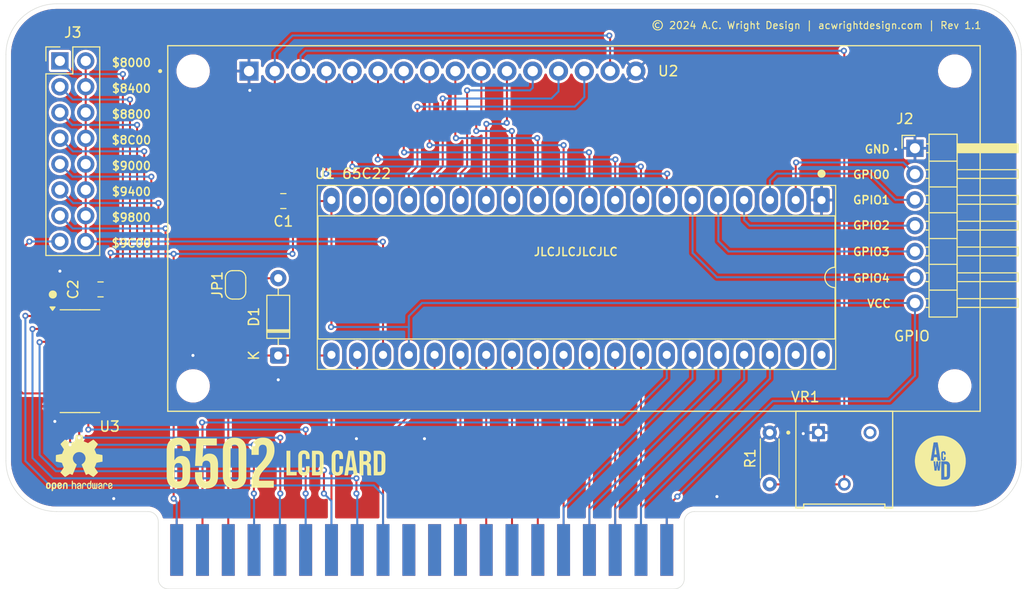
<source format=kicad_pcb>
(kicad_pcb (version 20241229) (generator "pcbnew") (generator_version "9.0")
  (title_block (title "6502 LCD Card") (date "2025-09-06") (rev "1.1") (company "A.C. Wright Design"))
  (layers (0 "F.Cu" signal) (2 "B.Cu" signal) (13 "F.Paste" user) (15 "B.Paste" user) (5 "F.SilkS" user "F.Silkscreen") (7 "B.SilkS" user "B.Silkscreen") (1 "F.Mask" user) (3 "B.Mask" user) (25 "Edge.Cuts" user))
  (net 0 "")
  (net 1 "GND")
  (net 2 "VCC")
  (net 3 "IRQB")
  (net 4 "Net-(D1-K)")
  (net 5 "D2")
  (net 6 "A2")
  (net 7 "RESB")
  (net 8 "A1")
  (net 9 "RWB")
  (net 10 "A15")
  (net 11 "D0")
  (net 12 "A12")
  (net 13 "A0")
  (net 14 "A11")
  (net 15 "D1")
  (net 16 "PHI2")
  (net 17 "D5")
  (net 18 "A14")
  (net 19 "A3")
  (net 20 "D7")
  (net 21 "A13")
  (net 22 "A10")
  (net 23 "D4")
  (net 24 "D3")
  (net 25 "D6")
  (net 26 "CSB")
  (net 27 "GPIO3")
  (net 28 "GPIO2")
  (net 29 "GPIO4")
  (net 30 "/$8400")
  (net 31 "/$9800")
  (net 32 "/$9400")
  (net 33 "/$8C00")
  (net 34 "/$9000")
  (net 35 "/$8800")
  (net 36 "/$8000")
  (net 37 "/$9C00")
  (net 38 "GPIO0")
  (net 39 "GPIO1")
  (net 41 "Net-(U2-VO)")
  (net 42 "DB2")
  (net 43 "DB5")
  (net 44 "DB4")
  (net 45 "RS")
  (net 46 "DB0")
  (net 47 "DB3")
  (net 49 "DB1")
  (net 50 "E")
  (net 52 "DB7")
  (net 53 "DB6")
  (net 56 "R{slash}W")
  (footprint "6502 Parts:LCD-16X2" (layer "F.Cu") (at 156.52 92.5)
    (property "Reference" "U2")
    (property "Value" "LCD-16X2" (hide yes))
  )
  (footprint "Diode_THT:D_DO-35_SOD27_P7.62mm_Horizontal" (layer "F.Cu") (at 127.4 105.01 90)
    (property "Reference" "D1")
    (property "Value" "D_Schottky" (hide yes))
  )
  (footprint "6502 Parts:3386F-1-103LF" (layer "F.Cu") (at 183.14 115.255)
    (property "Reference" "VR1")
    (property "Value" "10k" (hide yes))
  )
  (footprint "Resistor_THT:R_Axial_DIN0204_L3.6mm_D1.6mm_P5.08mm_Horizontal" (layer "F.Cu") (at 175.8 117.68 90)
    (property "Reference" "R1")
    (property "Value" "R" (hide yes))
  )
  (footprint "A.C. Wright Logo:A.C. Wright Logo 5mm" (layer "F.Cu") (at 192.6 115.4)
    (property "Reference" "G***" (hide yes))
    (property "Value" "LOGO" (hide yes))
  )
  (footprint "Jumper:SolderJumper-2_P1.3mm_Open_RoundedPad1.0x1.5mm" (layer "F.Cu") (at 123.2 98.05 90)
    (property "Reference" "JP1")
    (property "Value" "SolderJumper_2_Bridged" (hide yes))
  )
  (footprint "Package_SO:SOIC-16_3.9x9.9mm_P1.27mm" (layer "F.Cu") (at 107.875 105.565)
    (property "Reference" "U3")
    (property "Value" "74HC138" (hide yes))
  )
  (footprint "Package_DIP:DIP-40_W15.24mm_Socket_LongPads" (layer "F.Cu") (at 180.9 89.7 -90)
    (property "Reference" "U1")
    (property "Value" "65C22")
  )
  (footprint "Connector_PinHeader_2.54mm:PinHeader_2x08_P2.54mm_Vertical" (layer "F.Cu") (at 105.9 76)
    (property "Reference" "J3")
    (property "Value" "Conn_02x08_Odd_Even" (hide yes))
  )
  (footprint "Capacitor_SMD:C_0805_2012Metric" (layer "F.Cu") (at 109.9 98.5 180)
    (property "Reference" "C2")
    (property "Value" "100nF" (hide yes))
  )
  (footprint "Symbol:OSHW-Logo2_7.3x6mm_SilkScreen" (layer "F.Cu") (at 107.8 115.6)
    (property "Reference" "REF**" (hide yes))
    (property "Value" "OSHW-Logo2_7.3x6mm_SilkScreen" (hide yes))
  )
  (footprint "6502 Parts:6502 Card Edge" (layer "F.Cu") (at 117.4 126.7)
    (property "Reference" "J1" (hide yes))
    (property "Value" "6502 Card Edge" (hide yes))
  )
  (footprint "6502 Logos:6502 LCD Card Logo 5mm" (layer "F.Cu") (at 131.4 115.6)
    (property "Reference" "G***" (hide yes))
    (property "Value" "LOGO" (hide yes))
  )
  (footprint "Connector_PinHeader_2.54mm:PinHeader_1x07_P2.54mm_Horizontal" (layer "F.Cu") (at 190.1 84.6)
    (property "Reference" "J2")
    (property "Value" "GPIO")
  )
  (footprint "Capacitor_SMD:C_0805_2012Metric" (layer "F.Cu") (at 127.9 89.8)
    (property "Reference" "C1")
    (property "Value" "100nF" (hide yes))
  )
  (gr_circle (center 105.2 99) (end 105.4 99) (stroke (width 0.4)) (fill no) (layer "F.SilkS"))
  (gr_circle (center 180.9 87.1) (end 181.1 87.1) (stroke (width 0.4)) (fill no) (layer "F.SilkS"))
  (gr_arc (start 167.3841 121.3746) (mid 167.676993 120.667493) (end 168.3841 120.3746) (stroke (width 0.05)) (layer "Edge.Cuts"))
  (gr_line (start 200.5841 115.3746) (end 200.5841 75.3746) (stroke (width 0.05)) (layer "Edge.Cuts"))
  (gr_arc (start 105.5841 120.3746) (mid 102.048566 118.910134) (end 100.5841 115.3746) (stroke (width 0.05)) (layer "Edge.Cuts"))
  (gr_line (start 105.5841 120.3746) (end 114.5841 120.3746) (stroke (width 0.05)) (layer "Edge.Cuts"))
  (gr_line (start 168.3841 120.3746) (end 195.5841 120.3746) (stroke (width 0.05)) (layer "Edge.Cuts"))
  (gr_line (start 195.5841 70.3746) (end 105.5841 70.3746) (stroke (width 0.05)) (layer "Edge.Cuts"))
  (gr_arc (start 114.5841 120.3746) (mid 115.291207 120.667493) (end 115.5841 121.3746) (stroke (width 0.05)) (layer "Edge.Cuts"))
  (gr_line (start 167.3841 126.9946) (end 167.3841 121.3746) (stroke (width 0.05)) (layer "Edge.Cuts"))
  (gr_arc (start 200.5841 115.3746) (mid 199.119634 118.910134) (end 195.5841 120.3746) (stroke (width 0.05)) (layer "Edge.Cuts"))
  (gr_arc (start 100.5841 75.3746) (mid 102.048566 71.839066) (end 105.5841 70.3746) (stroke (width 0.05)) (layer "Edge.Cuts"))
  (gr_line (start 116.5841 127.9946) (end 166.3841 127.9946) (stroke (width 0.05)) (layer "Edge.Cuts"))
  (gr_line (start 100.5841 75.3746) (end 100.5841 115.3746) (stroke (width 0.05)) (layer "Edge.Cuts"))
  (gr_arc (start 116.5841 127.9946) (mid 115.876993 127.701707) (end 115.5841 126.9946) (stroke (width 0.05)) (layer "Edge.Cuts"))
  (gr_arc (start 167.3841 126.9946) (mid 167.091207 127.701707) (end 166.3841 127.9946) (stroke (width 0.05)) (layer "Edge.Cuts"))
  (gr_arc (start 195.5841 70.3746) (mid 199.119634 71.839066) (end 200.5841 75.3746) (stroke (width 0.05)) (layer "Edge.Cuts"))
  (gr_line (start 115.5841 121.3746) (end 115.5841 126.9946) (stroke (width 0.05)) (layer "Edge.Cuts"))
  (gr_text "© 2024 A.C. Wright Design | acwrightdesign.com | Rev 1.1" (at 180.4 72.5 0) (layer "F.SilkS") (effects (font (size 0.7 0.7) (thickness 0.1))))
  (gr_text "$9000" (at 112.94 86.34 0) (layer "F.SilkS") (effects (font (size 0.8 0.8))))
  (gr_text "VCC" (at 187.8 99.9 0) (layer "F.SilkS") (effects (font (size 0.8 0.8)) (justify right)))
  (gr_text "$9800" (at 112.94 91.42 0) (layer "F.SilkS") (effects (font (size 0.8 0.8))))
  (gr_text "$9400" (at 112.94 88.88 0) (layer "F.SilkS") (effects (font (size 0.8 0.8))))
  (gr_text "JLCJLCJLCJLC" (at 156.7 94.8 0) (layer "F.SilkS") (effects (font (size 0.8 0.8))))
  (gr_text "$8400" (at 112.94 78.72 0) (layer "F.SilkS") (effects (font (size 0.8 0.8))))
  (gr_text "GPIO4" (at 187.7 97.4 0) (layer "F.SilkS") (effects (font (size 0.8 0.8)) (justify right)))
  (gr_text "GPIO1" (at 187.7 89.7 0) (layer "F.SilkS") (effects (font (size 0.8 0.8)) (justify right)))
  (gr_text "$8800" (at 112.94 81.26 0) (layer "F.SilkS") (effects (font (size 0.8 0.8))))
  (gr_text "GND" (at 187.7 84.7 0) (layer "F.SilkS") (effects (font (size 0.8 0.8)) (justify right)))
  (gr_text "GPIO2" (at 187.7 92.2 0) (layer "F.SilkS") (effects (font (size 0.8 0.8)) (justify right)))
  (gr_text "$8C00" (at 112.94 83.8 0) (layer "F.SilkS") (effects (font (size 0.8 0.8))))
  (gr_text "GPIO3" (at 187.7 94.8 0) (layer "F.SilkS") (effects (font (size 0.8 0.8)) (justify right)))
  (gr_text "$8000" (at 112.94 76.18 0) (layer "F.SilkS") (effects (font (size 0.8 0.8))))
  (gr_text "$9C00" (at 112.94 93.96 0) (layer "F.SilkS") (effects (font (size 0.8 0.8))))
  (gr_text "GPIO0" (at 187.7 87.2 0) (layer "F.SilkS") (effects (font (size 0.8 0.8)) (justify right)))
  (segment (start 117.4 124.16) (end 117.4 121.3) (width 0.2) (layer "F.Cu") (net 1))
  (segment (start 117.4 121.3) (end 117.4 119.9) (width 0.2) (layer "F.Cu") (net 1))
  (via (at 124.6 78.9) (size 0.6) (drill 0.3) (layers "F.Cu" "B.Cu") (net 1))
  (via (at 141.8 113.2) (size 0.6) (drill 0.3) (layers "F.Cu" "B.Cu") (net 1))
  (via (at 179.1 112.7) (size 0.6) (drill 0.3) (layers "F.Cu" "B.Cu") (net 1))
  (via (at 135.1 113.2) (size 0.6) (drill 0.3) (layers "F.Cu" "B.Cu") (net 1))
  (via (at 127.4 107.4) (size 0.6) (drill 0.3) (layers "F.Cu" "B.Cu") (net 1))
  (via (at 188.2 84.7) (size 0.6) (drill 0.3) (layers "F.Cu" "B.Cu") (net 1))
  (via (at 105.4 111.5) (size 0.6) (drill 0.3) (layers "F.Cu" "B.Cu") (net 1))
  (via (at 170.6 118.9) (size 0.6) (drill 0.3) (layers "F.Cu" "B.Cu") (net 1))
  (via (at 105.9 96.7) (size 0.6) (drill 0.3) (layers "F.Cu" "B.Cu") (net 1))
  (via (at 111.2 119.1) (size 0.6) (drill 0.3) (layers "F.Cu" "B.Cu") (net 1))
  (via (at 119 105) (size 0.6) (drill 0.3) (layers "F.Cu" "B.Cu") (net 1))
  (segment (start 165.66 124.16) (end 165.66 119.94) (width 0.2) (layer "B.Cu") (net 1))
  (segment (start 165.66 119.94) (end 165.66 124.16) (width 0.2) (layer "F.Cu") (net 2))
  (segment (start 110.85 98.5) (end 110.85 99.75) (width 0.2) (layer "F.Cu") (net 2))
  (segment (start 110.85 99.75) (end 110.35 100.25) (width 0.2) (layer "F.Cu") (net 2))
  (segment (start 128.85 84.45) (end 128.85 89.8) (width 0.2) (layer "F.Cu") (net 2))
  (segment (start 128.85 89.8) (end 132.54 89.8) (width 0.2) (layer "F.Cu") (net 2))
  (segment (start 160.08 77) (end 160.08 73.58) (width 0.2) (layer "F.Cu") (net 2))
  (segment (start 166.7 118.9) (end 165.66 119.94) (width 0.2) (layer "F.Cu") (net 2))
  (segment (start 117.1 119.1) (end 117.1 95) (width 0.2) (layer "F.Cu") (net 2))
  (segment (start 132.64 89.7) (end 132.64 102.16) (width 0.2) (layer "F.Cu") (net 2))
  (segment (start 110.9 94.9) (end 110.85 94.95) (width 0.2) (layer "F.Cu") (net 2))
  (segment (start 128.85 94.95) (end 128.8 95) (width 0.2) (layer "F.Cu") (net 2))
  (segment (start 127.06 82.66) (end 128.85 84.45) (width 0.2) (layer "F.Cu") (net 2))
  (segment (start 160.08 73.58) (end 160 73.5) (width 0.2) (layer "F.Cu") (net 2))
  (segment (start 132.54 89.8) (end 132.64 89.7) (width 0.2) (layer "F.Cu") (net 2))
  (segment (start 127.06 77) (end 127.06 82.66) (width 0.2) (layer "F.Cu") (net 2))
  (segment (start 128.85 89.8) (end 128.85 94.95) (width 0.2) (layer "F.Cu") (net 2))
  (segment (start 110.85 94.95) (end 110.85 98.5) (width 0.2) (layer "F.Cu") (net 2))
  (segment (start 132.64 102.16) (end 132.6 102.2) (width 0.2) (layer "F.Cu") (net 2))
  (segment (start 110.35 100.25) (end 110.35 101.12) (width 0.2) (layer "F.Cu") (net 2))
  (via (at 117.1 95) (size 0.6) (drill 0.3) (layers "F.Cu" "B.Cu") (net 2))
  (via (at 110.9 94.9) (size 0.6) (drill 0.3) (layers "F.Cu" "B.Cu") (net 2))
  (via (at 117.1 119.1) (size 0.6) (drill 0.3) (layers "F.Cu" "B.Cu") (net 2))
  (via (at 132.6 102.2) (size 0.6) (drill 0.3) (layers "F.Cu" "B.Cu") (net 2))
  (via (at 160 73.5) (size 0.6) (drill 0.3) (layers "F.Cu" "B.Cu") (net 2))
  (via (at 166.7 118.9) (size 0.6) (drill 0.3) (layers "F.Cu" "B.Cu") (net 2))
  (via (at 128.8 95) (size 0.6) (drill 0.3) (layers "F.Cu" "B.Cu") (net 2))
  (segment (start 160 73.5) (end 128.8 73.5) (width 0.2) (layer "B.Cu") (net 2))
  (segment (start 111 95) (end 110.9 94.9) (width 0.2) (layer "B.Cu") (net 2))
  (segment (start 117.1 95) (end 111 95) (width 0.2) (layer "B.Cu") (net 2))
  (segment (start 117.4 119.4) (end 117.1 119.1) (width 0.2) (layer "B.Cu") (net 2))
  (segment (start 141.56 99.84) (end 190.1 99.84) (width 0.2) (layer "B.Cu") (net 2))
  (segment (start 140.26 101.14) (end 141.56 99.84) (width 0.2) (layer "B.Cu") (net 2))
  (segment (start 166.7 118.9) (end 176.1 109.5) (width 0.2) (layer "B.Cu") (net 2))
  (segment (start 128.8 95) (end 117.1 95) (width 0.2) (layer "B.Cu") (net 2))
  (segment (start 132.6 102.2) (end 140.26 102.2) (width 0.2) (layer "B.Cu") (net 2))
  (segment (start 127.06 75.24) (end 127.06 77) (width 0.2) (layer "B.Cu") (net 2))
  (segment (start 176.1 109.5) (end 187.6 109.5) (width 0.2) (layer "B.Cu") (net 2))
  (segment (start 140.26 104.94) (end 140.26 101.14) (width 0.2) (layer "B.Cu") (net 2))
  (segment (start 117.4 124.16) (end 117.4 119.4) (width 0.2) (layer "B.Cu") (net 2))
  (segment (start 128.8 73.5) (end 127.06 75.24) (width 0.2) (layer "B.Cu") (net 2))
  (segment (start 187.6 109.5) (end 190.1 107) (width 0.2) (layer "B.Cu") (net 2))
  (segment (start 190.1 107) (end 190.1 99.84) (width 0.2) (layer "B.Cu") (net 2))
  (segment (start 127.39 97.4) (end 127.4 97.39) (width 0.2) (layer "F.Cu") (net 3))
  (segment (start 120.9 98) (end 121.5 97.4) (width 0.2) (layer "F.Cu") (net 3))
  (segment (start 123.2 97.4) (end 127.39 97.4) (width 0.2) (layer "F.Cu") (net 3))
  (segment (start 121.5 97.4) (end 123.2 97.4) (width 0.2) (layer "F.Cu") (net 3))
  (segment (start 120.9 104.5) (end 120.9 98) (width 0.2) (layer "F.Cu") (net 3))
  (segment (start 122.48 124.16) (end 122.48 106.08) (width 0.2) (layer "F.Cu") (net 3))
  (segment (start 122.48 106.08) (end 120.9 104.5) (width 0.2) (layer "F.Cu") (net 3))
  (segment (start 132.57 105.01) (end 132.64 104.94) (width 0.2) (layer "F.Cu") (net 4))
  (segment (start 123.2 104.4) (end 123.81 105.01) (width 0.2) (layer "F.Cu") (net 4))
  (segment (start 123.81 105.01) (end 127.4 105.01) (width 0.2) (layer "F.Cu") (net 4))
  (segment (start 127.4 105.01) (end 132.57 105.01) (width 0.2) (layer "F.Cu") (net 4))
  (segment (start 123.2 98.7) (end 123.2 104.4) (width 0.2) (layer "F.Cu") (net 4))
  (segment (start 158.04 104.94) (end 158.04 124.16) (width 0.2) (layer "F.Cu") (net 5))
  (segment (start 158.04 120.16) (end 170.74 107.46) (width 0.2) (layer "B.Cu") (net 6))
  (segment (start 170.74 107.46) (end 170.74 104.94) (width 0.2) (layer "B.Cu") (net 6))
  (segment (start 158.04 124.16) (end 158.04 120.16) (width 0.2) (layer "B.Cu") (net 6))
  (segment (start 119.9 111.6) (end 119.94 111.64) (width 0.2) (layer "F.Cu") (net 7))
  (segment (start 119.94 111.64) (end 119.94 124.16) (width 0.2) (layer "F.Cu") (net 7))
  (via (at 119.9 111.6) (size 0.6) (drill 0.3) (layers "F.Cu" "B.Cu") (net 7))
  (segment (start 165.66 107.24) (end 165.66 104.94) (width 0.2) (layer "B.Cu") (net 7))
  (segment (start 161.3 111.6) (end 165.66 107.24) (width 0.2) (layer "B.Cu") (net 7))
  (segment (start 119.9 111.6) (end 161.3 111.6) (width 0.2) (layer "B.Cu") (net 7))
  (segment (start 160.58 120.12) (end 173.28 107.42) (width 0.2) (layer "B.Cu") (net 8))
  (segment (start 173.28 107.42) (end 173.28 104.94) (width 0.2) (layer "B.Cu") (net 8))
  (segment (start 160.58 124.16) (end 160.58 120.12) (width 0.2) (layer "B.Cu") (net 8))
  (segment (start 135.18 107.72) (end 132.64 110.26) (width 0.2) (layer "F.Cu") (net 9))
  (segment (start 135.18 104.94) (end 135.18 107.72) (width 0.2) (layer "F.Cu") (net 9))
  (segment (start 132.64 110.26) (end 132.64 124.16) (width 0.2) (layer "F.Cu") (net 9))
  (segment (start 105.4 107.47) (end 106.77 107.47) (width 0.2) (layer "F.Cu") (net 10))
  (segment (start 106.9 107.6) (end 106.9 107.9) (width 0.2) (layer "F.Cu") (net 10))
  (segment (start 106.9 107.9) (end 106.9 113.8) (width 0.2) (layer "F.Cu") (net 10))
  (segment (start 106.9 113.8) (end 106.9 114) (width 0.2) (layer "F.Cu") (net 10))
  (segment (start 106.77 107.47) (end 106.9 107.6) (width 0.2) (layer "F.Cu") (net 10))
  (segment (start 125 113.8) (end 125 118.6) (width 0.2) (layer "F.Cu") (net 10))
  (via (at 125 118.6) (size 0.6) (drill 0.3) (layers "F.Cu" "B.Cu") (net 10))
  (via (at 125 113.8) (size 0.6) (drill 0.3) (layers "F.Cu" "B.Cu") (net 10))
  (via (at 106.9 113.8) (size 0.6) (drill 0.3) (layers "F.Cu" "B.Cu") (net 10))
  (segment (start 107 113.8) (end 125 113.8) (width 0.2) (layer "B.Cu") (net 10))
  (segment (start 125.02 118.62) (end 125.02 124.16) (width 0.2) (layer "B.Cu") (net 10))
  (segment (start 106.9 113.8) (end 107 113.8) (width 0.2) (layer "B.Cu") (net 10))
  (segment (start 125 118.6) (end 125.02 118.62) (width 0.2) (layer "B.Cu") (net 10))
  (segment (start 163.12 104.94) (end 163.12 124.16) (width 0.2) (layer "F.Cu") (net 11))
  (segment (start 131.9 116.3) (end 131.9 118.6) (width 0.2) (layer "F.Cu") (net 12))
  (segment (start 103.94 103.66) (end 103.9 103.7) (width 0.2) (layer "F.Cu") (net 12))
  (segment (start 105.4 103.66) (end 103.94 103.66) (width 0.2) (layer "F.Cu") (net 12))
  (via (at 131.9 116.3) (size 0.6) (drill 0.3) (layers "F.Cu" "B.Cu") (net 12))
  (via (at 131.9 118.6) (size 0.6) (drill 0.3) (layers "F.Cu" "B.Cu") (net 12))
  (via (at 103.9 103.7) (size 0.6) (drill 0.3) (layers "F.Cu" "B.Cu") (net 12))
  (segment (start 103.9 114.8) (end 105.5 116.4) (width 0.2) (layer "B.Cu") (net 12))
  (segment (start 131.9 118.6) (end 132.64 119.34) (width 0.2) (layer "B.Cu") (net 12))
  (segment (start 132.64 119.34) (end 132.64 124.16) (width 0.2) (layer "B.Cu") (net 12))
  (segment (start 105.5 116.4) (end 131.8 116.4) (width 0.2) (layer "B.Cu") (net 12))
  (segment (start 103.9 103.7) (end 103.9 114.8) (width 0.2) (layer "B.Cu") (net 12))
  (segment (start 131.8 116.4) (end 131.9 116.3) (width 0.2) (layer "B.Cu") (net 12))
  (segment (start 163.12 124.16) (end 163.12 119.98) (width 0.2) (layer "B.Cu") (net 13))
  (segment (start 175.82 107.28) (end 175.82 104.94) (width 0.2) (layer "B.Cu") (net 13))
  (segment (start 163.12 119.98) (end 175.82 107.28) (width 0.2) (layer "B.Cu") (net 13))
  (segment (start 103.21 102.39) (end 103.2 102.4) (width 0.2) (layer "F.Cu") (net 14))
  (segment (start 135.1 117.1) (end 135.1 118.6) (width 0.2) (layer "F.Cu") (net 14))
  (segment (start 105.4 102.39) (end 103.21 102.39) (width 0.2) (layer "F.Cu") (net 14))
  (via (at 135.1 117.1) (size 0.6) (drill 0.3) (layers "F.Cu" "B.Cu") (net 14))
  (via (at 103.2 102.4) (size 0.6) (drill 0.3) (layers "F.Cu" "B.Cu") (net 14))
  (via (at 135.1 118.6) (size 0.6) (drill 0.3) (layers "F.Cu" "B.Cu") (net 14))
  (segment (start 135.1 118.8) (end 135.18 118.88) (width 0.2) (layer "B.Cu") (net 14))
  (segment (start 103.2 102.8) (end 103.2 109.2) (width 0.2) (layer "B.Cu") (net 14))
  (segment (start 103.2 115.1) (end 105.1 117) (width 0.2) (layer "B.Cu") (net 14))
  (segment (start 103.2 102.4) (end 103.2 102.8) (width 0.2) (layer "B.Cu") (net 14))
  (segment (start 105.1 117) (end 105.2 117.1) (width 0.2) (layer "B.Cu") (net 14))
  (segment (start 105.2 117.1) (end 106.9 117.1) (width 0.2) (layer "B.Cu") (net 14))
  (segment (start 103.2 109.2) (end 103.2 115.1) (width 0.2) (layer "B.Cu") (net 14))
  (segment (start 135.18 118.88) (end 135.18 124.16) (width 0.2) (layer "B.Cu") (net 14))
  (segment (start 106.9 117.1) (end 135.1 117.1) (width 0.2) (layer "B.Cu") (net 14))
  (segment (start 135.1 118.6) (end 135.1 118.8) (width 0.2) (layer "B.Cu") (net 14))
  (segment (start 160.58 104.94) (end 160.58 124.16) (width 0.2) (layer "F.Cu") (net 15))
  (segment (start 142.8 104.94) (end 142.8 108.4) (width 0.2) (layer "F.Cu") (net 16))
  (segment (start 142.8 108.4) (end 137.72 113.48) (width 0.2) (layer "F.Cu") (net 16))
  (segment (start 137.72 113.48) (end 137.72 124.16) (width 0.2) (layer "F.Cu") (net 16))
  (segment (start 150.42 104.94) (end 150.42 124.16) (width 0.2) (layer "F.Cu") (net 17))
  (segment (start 107.4 106.2) (end 107.8 106.6) (width 0.2) (layer "F.Cu") (net 18))
  (segment (start 107.8 106.9) (end 107.8 112.4) (width 0.2) (layer "F.Cu") (net 18))
  (segment (start 107.8 112.6) (end 107.8 113.1) (width 0.2) (layer "F.Cu") (net 18))
  (segment (start 107.8 112.4) (end 107.8 112.6) (width 0.2) (layer "F.Cu") (net 18))
  (segment (start 127.6 113.1) (end 127.6 118.6) (width 0.2) (layer "F.Cu") (net 18))
  (segment (start 107.8 106.6) (end 107.8 106.9) (width 0.2) (layer "F.Cu") (net 18))
  (segment (start 105.4 106.2) (end 107.4 106.2) (width 0.2) (layer "F.Cu") (net 18))
  (via (at 107.8 113.1) (size 0.6) (drill 0.3) (layers "F.Cu" "B.Cu") (net 18))
  (via (at 127.6 113.1) (size 0.6) (drill 0.3) (layers "F.Cu" "B.Cu") (net 18))
  (via (at 127.6 118.6) (size 0.6) (drill 0.3) (layers "F.Cu" "B.Cu") (net 18))
  (segment (start 127.56 118.64) (end 127.56 124.16) (width 0.2) (layer "B.Cu") (net 18))
  (segment (start 127.6 118.6) (end 127.56 118.64) (width 0.2) (layer "B.Cu") (net 18))
  (segment (start 107.8 113.1) (end 127.6 113.1) (width 0.2) (layer "B.Cu") (net 18))
  (segment (start 168.2 107.3) (end 168.2 104.94) (width 0.2) (layer "B.Cu") (net 19))
  (segment (start 155.5 124.16) (end 155.5 120) (width 0.2) (layer "B.Cu") (net 19))
  (segment (start 155.5 120) (end 168.2 107.3) (width 0.2) (layer "B.Cu") (net 19))
  (segment (start 145.34 104.94) (end 145.34 124.16) (width 0.2) (layer "F.Cu") (net 20))
  (segment (start 108.7 106.2) (end 108.7 112.3) (width 0.2) (layer "F.Cu") (net 21))
  (segment (start 108.2 105) (end 108.7 105.5) (width 0.2) (layer "F.Cu") (net 21))
  (segment (start 130.1 112.3) (end 130.1 118.6) (width 0.2) (layer "F.Cu") (net 21))
  (segment (start 108.13 104.93) (end 108.2 105) (width 0.2) (layer "F.Cu") (net 21))
  (segment (start 105.4 104.93) (end 108.13 104.93) (width 0.2) (layer "F.Cu") (net 21))
  (segment (start 108.7 105.5) (end 108.7 106.2) (width 0.2) (layer "F.Cu") (net 21))
  (via (at 108.7 112.3) (size 0.6) (drill 0.3) (layers "F.Cu" "B.Cu") (net 21))
  (via (at 130.1 112.3) (size 0.6) (drill 0.3) (layers "F.Cu" "B.Cu") (net 21))
  (via (at 130.1 118.6) (size 0.6) (drill 0.3) (layers "F.Cu" "B.Cu") (net 21))
  (segment (start 108.7 112.3) (end 130.1 112.3) (width 0.2) (layer "B.Cu") (net 21))
  (segment (start 130.1 118.6) (end 130.1 124.16) (width 0.2) (layer "B.Cu") (net 21))
  (segment (start 102.52 101.12) (end 102.5 101.1) (width 0.2) (layer "F.Cu") (net 22))
  (segment (start 105.4 101.12) (end 102.52 101.12) (width 0.2) (layer "F.Cu") (net 22))
  (via (at 102.5 101.1) (size 0.6) (drill 0.3) (layers "F.Cu" "B.Cu") (net 22))
  (segment (start 102.5 101.1) (end 102.5 115.4) (width 0.2) (layer "B.Cu") (net 22))
  (segment (start 104.9 117.8) (end 136.8 117.8) (width 0.2) (layer "B.Cu") (net 22))
  (segment (start 102.5 115.4) (end 104.9 117.8) (width 0.2) (layer "B.Cu") (net 22))
  (segment (start 136.8 117.8) (end 137.72 118.72) (width 0.2) (layer "B.Cu") (net 22))
  (segment (start 137.72 118.72) (end 137.72 124.16) (width 0.2) (layer "B.Cu") (net 22))
  (segment (start 152.96 104.94) (end 152.96 124.16) (width 0.2) (layer "F.Cu") (net 23))
  (segment (start 155.5 104.94) (end 155.5 124.16) (width 0.2) (layer "F.Cu") (net 24))
  (segment (start 147.88 104.94) (end 147.88 124.16) (width 0.2) (layer "F.Cu") (net 25))
  (segment (start 137.72 93.82) (end 137.7 93.8) (width 0.2) (layer "F.Cu") (net 26))
  (segment (start 137.72 104.94) (end 137.72 93.82) (width 0.2) (layer "F.Cu") (net 26))
  (segment (start 108.44 76) (end 108.44 93.78) (width 0.2) (layer "F.Cu") (net 26))
  (via (at 137.7 93.8) (size 0.6) (drill 0.3) (layers "F.Cu" "B.Cu") (net 26))
  (segment (start 137.7 93.8) (end 136.9 93.8) (width 0.2) (layer "B.Cu") (net 26))
  (segment (start 136.88 93.78) (end 108.44 93.78) (width 0.2) (layer "B.Cu") (net 26))
  (segment (start 136.9 93.8) (end 136.88 93.78) (width 0.2) (layer "B.Cu") (net 26))
  (segment (start 171.76 94.76) (end 170.74 93.74) (width 0.2) (layer "B.Cu") (net 27))
  (segment (start 170.74 93.74) (end 170.74 89.7) (width 0.2) (layer "B.Cu") (net 27))
  (segment (start 190.1 94.76) (end 171.76 94.76) (width 0.2) (layer "B.Cu") (net 27))
  (segment (start 190.1 92.22) (end 173.82 92.22) (width 0.2) (layer "B.Cu") (net 28))
  (segment (start 173.82 92.22) (end 173.28 91.68) (width 0.2) (layer "B.Cu") (net 28))
  (segment (start 173.28 91.68) (end 173.28 89.7) (width 0.2) (layer "B.Cu") (net 28))
  (segment (start 190.1 97.3) (end 170.6 97.3) (width 0.2) (layer "B.Cu") (net 29))
  (segment (start 170.6 97.3) (end 168.2 94.9) (width 0.2) (layer "B.Cu") (net 29))
  (segment (start 168.2 94.9) (end 168.2 89.7) (width 0.2) (layer "B.Cu") (net 29))
  (segment (start 112.24 103.66) (end 110.35 103.66) (width 0.2) (layer "F.Cu") (net 30))
  (segment (start 112.8 103.1) (end 112.24 103.66) (width 0.2) (layer "F.Cu") (net 30))
  (segment (start 112.8 79.8) (end 112.8 103.1) (width 0.2) (layer "F.Cu") (net 30))
  (via (at 112.8 79.8) (size 0.6) (drill 0.3) (layers "F.Cu" "B.Cu") (net 30))
  (segment (start 109.1 79.8) (end 112.8 79.8) (width 0.2) (layer "B.Cu") (net 30))
  (segment (start 105.9 78.54) (end 107.16 79.8) (width 0.2) (layer "B.Cu") (net 30))
  (segment (start 107.16 79.8) (end 109.1 79.8) (width 0.2) (layer "B.Cu") (net 30))
  (segment (start 115.59 110.01) (end 110.35 110.01) (width 0.2) (layer "F.Cu") (net 31))
  (segment (start 116.3 92.5) (end 116.3 109.3) (width 0.2) (layer "F.Cu") (net 31))
  (segment (start 116.3 109.3) (end 115.59 110.01) (width 0.2) (layer "F.Cu") (net 31))
  (via (at 116.3 92.5) (size 0.6) (drill 0.3) (layers "F.Cu" "B.Cu") (net 31))
  (segment (start 105.9 91.24) (end 107.16 92.5) (width 0.2) (layer "B.Cu") (net 31))
  (segment (start 108.1 92.5) (end 108.4 92.5) (width 0.2) (layer "B.Cu") (net 31))
  (segment (start 107.16 92.5) (end 108.1 92.5) (width 0.2) (layer "B.Cu") (net 31))
  (segment (start 108.4 92.5) (end 116.3 92.5) (width 0.2) (layer "B.Cu") (net 31))
  (segment (start 114.96 108.74) (end 110.35 108.74) (width 0.2) (layer "F.Cu") (net 32))
  (segment (start 115.6 90) (end 115.6 108.1) (width 0.2) (layer "F.Cu") (net 32))
  (segment (start 115.6 108.1) (end 114.96 108.74) (width 0.2) (layer "F.Cu") (net 32))
  (via (at 115.6 90) (size 0.6) (drill 0.3) (layers "F.Cu" "B.Cu") (net 32))
  (segment (start 107.2 90) (end 107.6 90) (width 0.2) (layer "B.Cu") (net 32))
  (segment (start 105.9 88.7) (end 107.2 90) (width 0.2) (layer "B.Cu") (net 32))
  (segment (start 107.6 90) (end 115.6 90) (width 0.2) (layer "B.Cu") (net 32))
  (segment (start 114.2 84.9) (end 114.2 105.6) (width 0.2) (layer "F.Cu") (net 33))
  (segment (start 113.6 106.2) (end 110.35 106.2) (width 0.2) (layer "F.Cu") (net 33))
  (segment (start 114.2 105.6) (end 113.6 106.2) (width 0.2) (layer "F.Cu") (net 33))
  (via (at 114.2 84.9) (size 0.6) (drill 0.3) (layers "F.Cu" "B.Cu") (net 33))
  (segment (start 107.6 84.9) (end 107.9 84.9) (width 0.2) (layer "B.Cu") (net 33))
  (segment (start 107.18 84.9) (end 107.6 84.9) (width 0.2) (layer "B.Cu") (net 33))
  (segment (start 107.9 84.9) (end 114.2 84.9) (width 0.2) (layer "B.Cu") (net 33))
  (segment (start 105.9 83.62) (end 107.18 84.9) (width 0.2) (layer "B.Cu") (net 33))
  (segment (start 114.43 107.47) (end 110.35 107.47) (width 0.2) (layer "F.Cu") (net 34))
  (segment (start 114.9 87.4) (end 114.9 107) (width 0.2) (layer "F.Cu") (net 34))
  (segment (start 114.9 107) (end 114.43 107.47) (width 0.2) (layer "F.Cu") (net 34))
  (via (at 114.9 87.4) (size 0.6) (drill 0.3) (layers "F.Cu" "B.Cu") (net 34))
  (segment (start 107.14 87.4) (end 107.5 87.4) (width 0.2) (layer "B.Cu") (net 34))
  (segment (start 105.9 86.16) (end 107.14 87.4) (width 0.2) (layer "B.Cu") (net 34))
  (segment (start 107.5 87.4) (end 107.8 87.4) (width 0.2) (layer "B.Cu") (net 34))
  (segment (start 107.8 87.4) (end 114.9 87.4) (width 0.2) (layer "B.Cu") (net 34))
  (segment (start 113.5 104.3) (end 112.87 104.93) (width 0.2) (layer "F.Cu") (net 35))
  (segment (start 113.5 82.3) (end 113.5 104.3) (width 0.2) (layer "F.Cu") (net 35))
  (segment (start 112.87 104.93) (end 110.35 104.93) (width 0.2) (layer "F.Cu") (net 35))
  (via (at 113.5 82.3) (size 0.6) (drill 0.3) (layers "F.Cu" "B.Cu") (net 35))
  (segment (start 105.9 81.08) (end 107.12 82.3) (width 0.2) (layer "B.Cu") (net 35))
  (segment (start 107.12 82.3) (end 108.5 82.3) (width 0.2) (layer "B.Cu") (net 35))
  (segment (start 108.5 82.3) (end 113.5 82.3) (width 0.2) (layer "B.Cu") (net 35))
  (segment (start 112.1 102) (end 111.71 102.39) (width 0.2) (layer "F.Cu") (net 36))
  (segment (start 111.71 102.39) (end 110.35 102.39) (width 0.2) (layer "F.Cu") (net 36))
  (segment (start 112.1 77.3) (end 112.1 102) (width 0.2) (layer "F.Cu") (net 36))
  (via (at 112.1 77.3) (size 0.6) (drill 0.3) (layers "F.Cu" "B.Cu") (net 36))
  (segment (start 105.9 76) (end 107.2 77.3) (width 0.2) (layer "B.Cu") (net 36))
  (segment (start 107.2 77.3) (end 112.1 77.3) (width 0.2) (layer "B.Cu") (net 36))
  (segment (start 101.7 108.2) (end 102.24 108.74) (width 0.2) (layer "F.Cu") (net 37))
  (segment (start 102.9 93.78) (end 101.7 94.98) (width 0.2) (layer "F.Cu") (net 37))
  (segment (start 101.7 94.98) (end 101.7 108.2) (width 0.2) (layer "F.Cu") (net 37))
  (segment (start 102.24 108.74) (end 105.4 108.74) (width 0.2) (layer "F.Cu") (net 37))
  (via (at 102.9 93.78) (size 0.6) (drill 0.3) (layers "F.Cu" "B.Cu") (net 37))
  (segment (start 102.9 93.78) (end 105.9 93.78) (width 0.2) (layer "B.Cu") (net 37))
  (segment (start 178.36 86.04) (end 178.4 86) (width 0.2) (layer "F.Cu") (net 38))
  (segment (start 178.36 89.7) (end 178.36 86.04) (width 0.2) (layer "F.Cu") (net 38))
  (via (at 178.4 86) (size 0.6) (drill 0.3) (layers "F.Cu" "B.Cu") (net 38))
  (segment (start 178.4 86) (end 188.96 86) (width 0.2) (layer "B.Cu") (net 38))
  (segment (start 188.96 86) (end 190.1 87.14) (width 0.2) (layer "B.Cu") (net 38))
  (segment (start 190.1 89.68) (end 188.18 89.68) (width 0.2) (layer "B.Cu") (net 39))
  (segment (start 188.18 89.68) (end 185.6 87.1) (width 0.2) (layer "B.Cu") (net 39))
  (segment (start 175.82 87.78) (end 175.82 89.7) (width 0.2) (layer "B.Cu") (net 39))
  (segment (start 185.6 87.1) (end 176.5 87.1) (width 0.2) (layer "B.Cu") (net 39))
  (segment (start 176.5 87.1) (end 175.82 87.78) (width 0.2) (layer "B.Cu") (net 39))
  (segment (start 175.82 117.7) (end 175.8 117.68) (width 0.2) (layer "F.Cu") (net 41))
  (segment (start 183.1 75) (end 183.14 75.04) (width 0.2) (layer "F.Cu") (net 41))
  (segment (start 183.14 75.04) (end 183.14 117.7) (width 0.2) (layer "F.Cu") (net 41))
  (segment (start 183.14 117.7) (end 175.82 117.7) (width 0.2) (layer "F.Cu") (net 41))
  (via (at 183.1 75) (size 0.6) (drill 0.3) (layers "F.Cu" "B.Cu") (net 41))
  (segment (start 183.1 75) (end 130.1 75) (width 0.2) (layer "B.Cu") (net 41))
  (segment (start 130.1 75) (end 129.6 75.5) (width 0.2) (layer "B.Cu") (net 41))
  (segment (start 129.6 75.5) (end 129.6 77) (width 0.2) (layer "B.Cu") (net 41))
  (segment (start 152.96 83.66) (end 152.9 83.6) (width 0.2) (layer "F.Cu") (net 42))
  (segment (start 152.96 89.7) (end 152.96 83.66) (width 0.2) (layer "F.Cu") (net 42))
  (segment (start 144.84 83.54) (end 144.84 77) (width 0.2) (layer "F.Cu") (net 42))
  (segment (start 144.9 83.6) (end 144.84 83.54) (width 0.2) (layer "F.Cu") (net 42))
  (via (at 152.9 83.6) (size 0.6) (drill 0.3) (layers "F.Cu" "B.Cu") (net 42))
  (via (at 144.9 83.6) (size 0.6) (drill 0.3) (layers "F.Cu" "B.Cu") (net 42))
  (segment (start 152.9 83.6) (end 145.5 83.6) (width 0.2) (layer "B.Cu") (net 42))
  (segment (start 145.5 83.6) (end 144.9 83.6) (width 0.2) (layer "B.Cu") (net 42))
  (segment (start 145.34 89.7) (end 145.34 87.06) (width 0.2) (layer "F.Cu") (net 43))
  (segment (start 146 86.4) (end 146 78.9) (width 0.2) (layer "F.Cu") (net 43))
  (segment (start 145.34 87.06) (end 146 86.4) (width 0.2) (layer "F.Cu") (net 43))
  (via (at 146 78.9) (size 0.6) (drill 0.3) (layers "F.Cu" "B.Cu") (net 43))
  (segment (start 152.2 78.9) (end 152.46 78.64) (width 0.2) (layer "B.Cu") (net 43))
  (segment (start 152.46 78.64) (end 152.46 77) (width 0.2) (layer "B.Cu") (net 43))
  (segment (start 146 78.9) (end 152.2 78.9) (width 0.2) (layer "B.Cu") (net 43))
  (segment (start 149.92 82.08) (end 149.92 77) (width 0.2) (layer "F.Cu") (net 44))
  (segment (start 147.88 82.22) (end 147.9 82.2) (width 0.2) (layer "F.Cu") (net 44))
  (segment (start 147.88 89.7) (end 147.88 82.22) (width 0.2) (layer "F.Cu") (net 44))
  (segment (start 149.9 82.1) (end 149.92 82.08) (width 0.2) (layer "F.Cu") (net 44))
  (via (at 149.9 82.1) (size 0.6) (drill 0.3) (layers "F.Cu" "B.Cu") (net 44))
  (via (at 147.9 82.2) (size 0.6) (drill 0.3) (layers "F.Cu" "B.Cu") (net 44))
  (segment (start 149.8 82.2) (end 149.9 82.1) (width 0.2) (layer "B.Cu") (net 44))
  (segment (start 147.9 82.2) (end 149.8 82.2) (width 0.2) (layer "B.Cu") (net 44))
  (segment (start 165.66 87.14) (end 165.7 87.1) (width 0.2) (layer "F.Cu") (net 45))
  (segment (start 165.66 89.7) (end 165.66 87.14) (width 0.2) (layer "F.Cu") (net 45))
  (segment (start 132.14 87.06) (end 132.14 77) (width 0.2) (layer "F.Cu") (net 45))
  (segment (start 132.1 87.1) (end 132.14 87.06) (width 0.2) (layer "F.Cu") (net 45))
  (via (at 165.7 87.1) (size 0.6) (drill 0.3) (layers "F.Cu" "B.Cu") (net 45))
  (via (at 132.1 87.1) (size 0.6) (drill 0.3) (layers "F.Cu" "B.Cu") (net 45))
  (segment (start 165.7 87.1) (end 134 87.1) (width 0.2) (layer "B.Cu") (net 45))
  (segment (start 133.88 87.1) (end 132.1 87.1) (width 0.2) (layer "B.Cu") (net 45))
  (segment (start 134 87.1) (end 133.88 87.1) (width 0.2) (layer "B.Cu") (net 45))
  (segment (start 139.76 84.96) (end 139.76 77) (width 0.2) (layer "F.Cu") (net 46))
  (segment (start 158.04 85.04) (end 158 85) (width 0.2) (layer "F.Cu") (net 46))
  (segment (start 158.04 89.7) (end 158.04 85.04) (width 0.2) (layer "F.Cu") (net 46))
  (segment (start 139.8 85) (end 139.76 84.96) (width 0.2) (layer "F.Cu") (net 46))
  (via (at 139.8 85) (size 0.6) (drill 0.3) (layers "F.Cu" "B.Cu") (net 46))
  (via (at 158 85) (size 0.6) (drill 0.3) (layers "F.Cu" "B.Cu") (net 46))
  (segment (start 158 85) (end 141.3 85) (width 0.2) (layer "B.Cu") (net 46))
  (segment (start 141.3 85) (end 139.8 85) (width 0.2) (layer "B.Cu") (net 46))
  (segment (start 146.9 82.9) (end 146.9 82.2) (width 0.2) (layer "F.Cu") (net 47))
  (segment (start 146.9 82.2) (end 147.4 81.7) (width 0.2) (layer "F.Cu") (net 47))
  (segment (start 147.4 77.02) (end 147.38 77) (width 0.2) (layer "F.Cu") (net 47))
  (segment (start 147.4 81.7) (end 147.4 77.02) (width 0.2) (layer "F.Cu") (net 47))
  (segment (start 150.42 89.7) (end 150.42 82.92) (width 0.2) (layer "F.Cu") (net 47))
  (segment (start 150.42 82.92) (end 150.4 82.9) (width 0.2) (layer "F.Cu") (net 47))
  (via (at 146.9 82.9) (size 0.6) (drill 0.3) (layers "F.Cu" "B.Cu") (net 47))
  (via (at 150.4 82.9) (size 0.6) (drill 0.3) (layers "F.Cu" "B.Cu") (net 47))
  (segment (start 147.9 82.9) (end 146.9 82.9) (width 0.2) (layer "B.Cu") (net 47))
  (segment (start 148.1 82.9) (end 147.9 82.9) (width 0.2) (layer "B.Cu") (net 47))
  (segment (start 150.4 82.9) (end 148.1 82.9) (width 0.2) (layer "B.Cu") (net 47))
  (segment (start 155.5 89.7) (end 155.5 84.3) (width 0.2) (layer "F.Cu") (net 49))
  (segment (start 142.3 84.3) (end 142.3 77) (width 0.2) (layer "F.Cu") (net 49))
  (via (at 155.5 84.3) (size 0.6) (drill 0.3) (layers "F.Cu" "B.Cu") (net 49))
  (via (at 142.3 84.3) (size 0.6) (drill 0.3) (layers "F.Cu" "B.Cu") (net 49))
  (segment (start 143.2 84.3) (end 143.1 84.3) (width 0.2) (layer "B.Cu") (net 49))
  (segment (start 143.1 84.3) (end 142.3 84.3) (width 0.2) (layer "B.Cu") (net 49))
  (segment (start 155.5 84.3) (end 143.2 84.3) (width 0.2) (layer "B.Cu") (net 49))
  (segment (start 137.2 85.7) (end 137.22 85.68) (width 0.2) (layer "F.Cu") (net 50))
  (segment (start 160.58 89.7) (end 160.58 85.72) (width 0.2) (layer "F.Cu") (net 50))
  (segment (start 160.58 85.72) (end 160.6 85.7) (width 0.2) (layer "F.Cu") (net 50))
  (segment (start 137.22 85.68) (end 137.22 77) (width 0.2) (layer "F.Cu") (net 50))
  (via (at 160.6 85.7) (size 0.6) (drill 0.3) (layers "F.Cu" "B.Cu") (net 50))
  (via (at 137.2 85.7) (size 0.6) (drill 0.3) (layers "F.Cu" "B.Cu") (net 50))
  (segment (start 138.7 85.7) (end 137.2 85.7) (width 0.2) (layer "B.Cu") (net 50))
  (segment (start 160.6 85.7) (end 138.7 85.7) (width 0.2) (layer "B.Cu") (net 50))
  (segment (start 141.1 86.4) (end 141.1 86.1) (width 0.2) (layer "F.Cu") (net 52))
  (segment (start 140.26 89.7) (end 140.26 87.24) (width 0.2) (layer "F.Cu") (net 52))
  (segment (start 141.1 86.1) (end 141.1 80.5) (width 0.2) (layer "F.Cu") (net 52))
  (segment (start 140.26 87.24) (end 141.1 86.4) (width 0.2) (layer "F.Cu") (net 52))
  (via (at 141.1 80.5) (size 0.6) (drill 0.3) (layers "F.Cu" "B.Cu") (net 52))
  (segment (start 141.1 80.5) (end 156.6 80.5) (width 0.2) (layer "B.Cu") (net 52))
  (segment (start 157.54 79.56) (end 157.54 77) (width 0.2) (layer "B.Cu") (net 52))
  (segment (start 156.6 80.5) (end 157.54 79.56) (width 0.2) (layer "B.Cu") (net 52))
  (segment (start 142.8 89.7) (end 142.8 87.2) (width 0.2) (layer "F.Cu") (net 53))
  (segment (start 143.6 86.4) (end 143.6 79.7) (width 0.2) (layer "F.Cu") (net 53))
  (segment (start 142.8 87.2) (end 143.6 86.4) (width 0.2) (layer "F.Cu") (net 53))
  (via (at 143.6 79.7) (size 0.6) (drill 0.3) (layers "F.Cu" "B.Cu") (net 53))
  (segment (start 154.3 79.7) (end 155 79) (width 0.2) (layer "B.Cu") (net 53))
  (segment (start 155 79) (end 155 77) (width 0.2) (layer "B.Cu") (net 53))
  (segment (start 143.6 79.7) (end 154.3 79.7) (width 0.2) (layer "B.Cu") (net 53))
  (segment (start 134.68 86.38) (end 134.68 77) (width 0.2) (layer "F.Cu") (net 56))
  (segment (start 163.12 89.7) (end 163.12 86.42) (width 0.2) (layer "F.Cu") (net 56))
  (segment (start 163.12 86.42) (end 163.1 86.4) (width 0.2) (layer "F.Cu") (net 56))
  (segment (start 134.7 86.4) (end 134.68 86.38) (width 0.2) (layer "F.Cu") (net 56))
  (via (at 163.1 86.4) (size 0.6) (drill 0.3) (layers "F.Cu" "B.Cu") (net 56))
  (via (at 134.7 86.4) (size 0.6) (drill 0.3) (layers "F.Cu" "B.Cu") (net 56))
  (segment (start 136.2 86.4) (end 134.7 86.4) (width 0.2) (layer "B.Cu") (net 56))
  (segment (start 163.1 86.4) (end 136.2 86.4) (width 0.2) (layer "B.Cu") (net 56))
  (zone (net 1) (net_name "GND") (layer "F.Cu") (connect_pads (clearance 0.254)) (min_thickness 0.254) (fill yes (thermal_gap 0.254) (thermal_bridge_width 0.254))
    (polygon (pts (xy 200.838 121.054) (xy 100 121.054) (xy 100 70) (xy 200.838 70)))
  )
  (zone (net 1) (net_name "GND") (layer "B.Cu") (connect_pads (clearance 0.254)) (min_thickness 0.254) (fill yes (thermal_gap 0.254) (thermal_bridge_width 0.254))
    (polygon (pts (xy 200.838 121.054) (xy 100 121.054) (xy 100 70) (xy 200.838 70)))
  )
)
</source>
